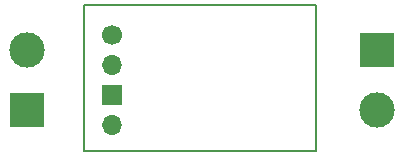
<source format=gts>
G04 #@! TF.GenerationSoftware,KiCad,Pcbnew,(6.0.6)*
G04 #@! TF.CreationDate,2022-08-25T08:17:03+02:00*
G04 #@! TF.ProjectId,Stepdown led board,53746570-646f-4776-9e20-6c656420626f,rev?*
G04 #@! TF.SameCoordinates,Original*
G04 #@! TF.FileFunction,Soldermask,Top*
G04 #@! TF.FilePolarity,Negative*
%FSLAX46Y46*%
G04 Gerber Fmt 4.6, Leading zero omitted, Abs format (unit mm)*
G04 Created by KiCad (PCBNEW (6.0.6)) date 2022-08-25 08:17:03*
%MOMM*%
%LPD*%
G01*
G04 APERTURE LIST*
%ADD10C,0.200000*%
%ADD11C,1.700000*%
%ADD12O,1.700000X1.700000*%
%ADD13R,1.700000X1.700000*%
%ADD14R,3.000000X3.000000*%
%ADD15C,3.000000*%
G04 APERTURE END LIST*
D10*
X29379071Y-23000000D02*
X48949597Y-23000000D01*
X48949597Y-23000000D02*
X48949597Y-35406103D01*
X48949597Y-35406103D02*
X29379071Y-35406103D01*
X29379071Y-35406103D02*
X29379071Y-23000000D01*
D11*
X31703356Y-25558197D03*
D12*
X31703356Y-28098197D03*
D13*
X31703356Y-30638197D03*
D12*
X31703356Y-33178197D03*
D14*
X54145624Y-26861402D03*
D15*
X54145624Y-31941402D03*
D14*
X24541828Y-31950743D03*
D15*
X24541828Y-26870743D03*
M02*

</source>
